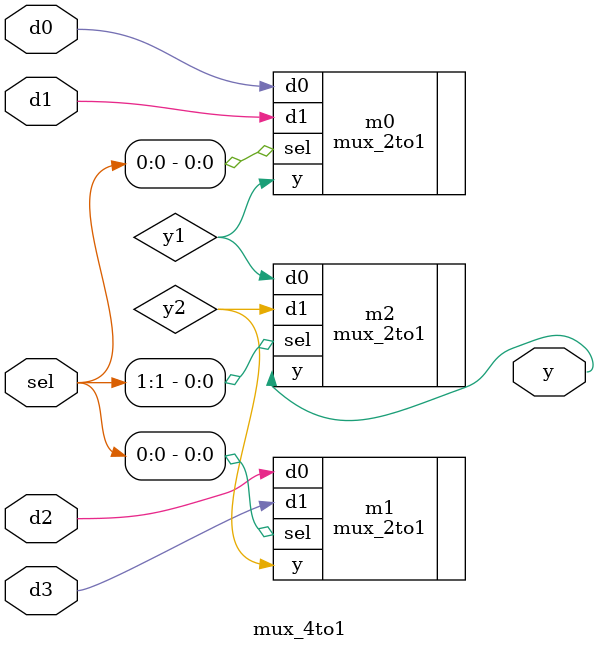
<source format=v>
`timescale 1ns / 1ps


module mux_4to1(
    input d0, d1, d2, d3,
    input [1:0] sel,
    output y
);
    wire y1, y2;

    mux_2to1 m0 (.d0(d0), .d1(d1), .sel(sel[0]), .y(y1));
    mux_2to1 m1 (.d0(d2), .d1(d3), .sel(sel[0]), .y(y2));
    mux_2to1 m2 (.d0(y1), .d1(y2), .sel(sel[1]), .y(y));
endmodule


</source>
